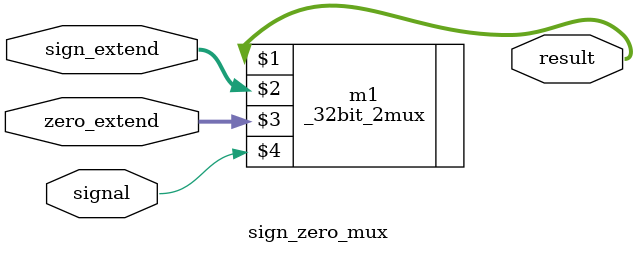
<source format=v>
module sign_zero_mux(result, sign_extend, zero_extend, signal);
input [31:0] sign_extend , zero_extend;
input signal;
output [31:0] result;

_32bit_2mux m1(result,sign_extend,zero_extend, signal);





endmodule
</source>
